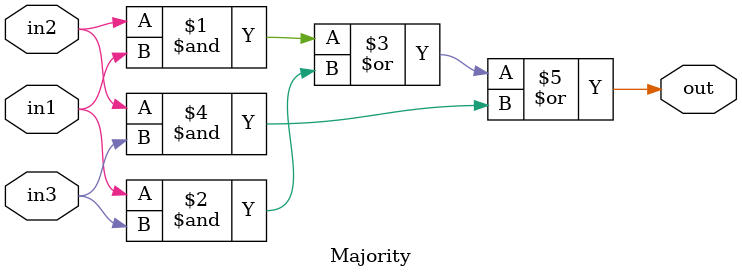
<source format=v>
module Majority(input in1, input in2, input in3, output out);
assign out = (in2&in1) | (in1&in3) | (in2&in3);
/* we can also use this expression: A.B + B.C + A.C
	where A,B,C are the inputs
	A B C Out
	1 0 0 0
	1 1 0 1
	1 0 1 1
	0 1 1 1
	0 1 0 0
	0 0 1 0
	1 1 1 1
	0 0 0 0
*/
endmodule


</source>
